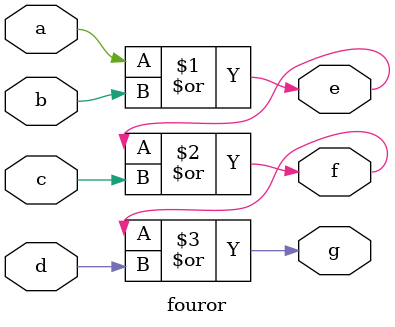
<source format=v>
`timescale 1ns / 1ps


module fouror(
    
    input a,b,c,d,
    output e,f,g
    
    );
    
assign e = a|b;
assign f = e|c;
assign g = f|d;

endmodule

</source>
